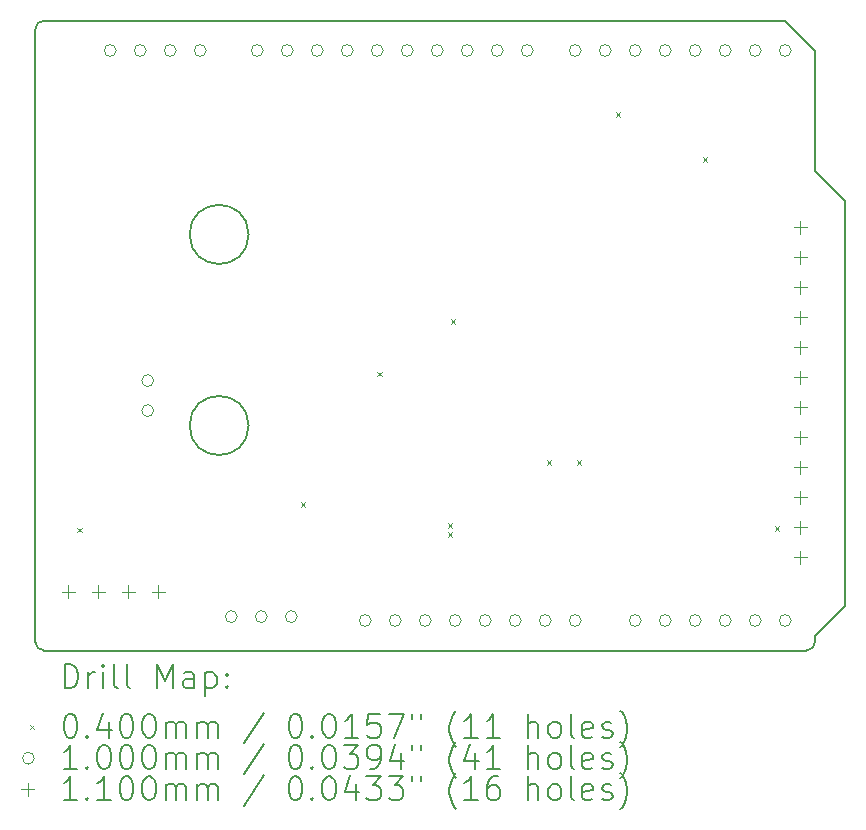
<source format=gbr>
%TF.GenerationSoftware,KiCad,Pcbnew,6.0.11-2627ca5db0~126~ubuntu22.04.1*%
%TF.CreationDate,2024-01-25T08:43:26+01:00*%
%TF.ProjectId,lmwb_ds18b20,6c6d7762-5f64-4733-9138-6232302e6b69,rev?*%
%TF.SameCoordinates,Original*%
%TF.FileFunction,Drillmap*%
%TF.FilePolarity,Positive*%
%FSLAX45Y45*%
G04 Gerber Fmt 4.5, Leading zero omitted, Abs format (unit mm)*
G04 Created by KiCad (PCBNEW 6.0.11-2627ca5db0~126~ubuntu22.04.1) date 2024-01-25 08:43:26*
%MOMM*%
%LPD*%
G01*
G04 APERTURE LIST*
%ADD10C,0.150000*%
%ADD11C,0.200000*%
%ADD12C,0.040000*%
%ADD13C,0.100000*%
%ADD14C,0.110000*%
G04 APERTURE END LIST*
D10*
X16604000Y-5936000D02*
X16858000Y-6190000D01*
X10000000Y-9923800D02*
X10000000Y-4742200D01*
X16858000Y-6190000D02*
X16858000Y-9619000D01*
X16527800Y-10000000D02*
X10076200Y-10000000D01*
X10076200Y-4666000D02*
X16350000Y-4666000D01*
X10000000Y-9923800D02*
G75*
G03*
X10076200Y-10000000I76200J0D01*
G01*
X11807000Y-6477000D02*
G75*
G03*
X11807000Y-6477000I-250000J0D01*
G01*
X16858000Y-9619000D02*
X16604000Y-9873000D01*
X16350000Y-4666000D02*
X16604000Y-4920000D01*
X16527800Y-10000000D02*
G75*
G03*
X16604000Y-9923800I0J76200D01*
G01*
X11807000Y-8095000D02*
G75*
G03*
X11807000Y-8095000I-250000J0D01*
G01*
X16604000Y-4920000D02*
X16604000Y-5936000D01*
X16604000Y-9873000D02*
X16604000Y-9923800D01*
X10076200Y-4666000D02*
G75*
G03*
X10000000Y-4742200I0J-76200D01*
G01*
D11*
D12*
X10355900Y-8958900D02*
X10395900Y-8998900D01*
X10395900Y-8958900D02*
X10355900Y-8998900D01*
X12248200Y-8743000D02*
X12288200Y-8783000D01*
X12288200Y-8743000D02*
X12248200Y-8783000D01*
X12895900Y-7638100D02*
X12935900Y-7678100D01*
X12935900Y-7638100D02*
X12895900Y-7678100D01*
X13492800Y-8920800D02*
X13532800Y-8960800D01*
X13532800Y-8920800D02*
X13492800Y-8960800D01*
X13492800Y-8997000D02*
X13532800Y-9037000D01*
X13532800Y-8997000D02*
X13492800Y-9037000D01*
X13518200Y-7193600D02*
X13558200Y-7233600D01*
X13558200Y-7193600D02*
X13518200Y-7233600D01*
X14331000Y-8387400D02*
X14371000Y-8427400D01*
X14371000Y-8387400D02*
X14331000Y-8427400D01*
X14585000Y-8387400D02*
X14625000Y-8427400D01*
X14625000Y-8387400D02*
X14585000Y-8427400D01*
X14915200Y-5441000D02*
X14955200Y-5481000D01*
X14955200Y-5441000D02*
X14915200Y-5481000D01*
X15651800Y-5822000D02*
X15691800Y-5862000D01*
X15691800Y-5822000D02*
X15651800Y-5862000D01*
X16261400Y-8946200D02*
X16301400Y-8986200D01*
X16301400Y-8946200D02*
X16261400Y-8986200D01*
D13*
X10685000Y-4920000D02*
G75*
G03*
X10685000Y-4920000I-50000J0D01*
G01*
X10939000Y-4920000D02*
G75*
G03*
X10939000Y-4920000I-50000J0D01*
G01*
X11002500Y-7714000D02*
G75*
G03*
X11002500Y-7714000I-50000J0D01*
G01*
X11002500Y-7968000D02*
G75*
G03*
X11002500Y-7968000I-50000J0D01*
G01*
X11193000Y-4920000D02*
G75*
G03*
X11193000Y-4920000I-50000J0D01*
G01*
X11447000Y-4920000D02*
G75*
G03*
X11447000Y-4920000I-50000J0D01*
G01*
X11710300Y-9712750D02*
G75*
G03*
X11710300Y-9712750I-50000J0D01*
G01*
X11929600Y-4920000D02*
G75*
G03*
X11929600Y-4920000I-50000J0D01*
G01*
X11964300Y-9712750D02*
G75*
G03*
X11964300Y-9712750I-50000J0D01*
G01*
X12183600Y-4920000D02*
G75*
G03*
X12183600Y-4920000I-50000J0D01*
G01*
X12218300Y-9712750D02*
G75*
G03*
X12218300Y-9712750I-50000J0D01*
G01*
X12437600Y-4920000D02*
G75*
G03*
X12437600Y-4920000I-50000J0D01*
G01*
X12691600Y-4920000D02*
G75*
G03*
X12691600Y-4920000I-50000J0D01*
G01*
X12844000Y-9746000D02*
G75*
G03*
X12844000Y-9746000I-50000J0D01*
G01*
X12945600Y-4920000D02*
G75*
G03*
X12945600Y-4920000I-50000J0D01*
G01*
X13098000Y-9746000D02*
G75*
G03*
X13098000Y-9746000I-50000J0D01*
G01*
X13199600Y-4920000D02*
G75*
G03*
X13199600Y-4920000I-50000J0D01*
G01*
X13352000Y-9746000D02*
G75*
G03*
X13352000Y-9746000I-50000J0D01*
G01*
X13453600Y-4920000D02*
G75*
G03*
X13453600Y-4920000I-50000J0D01*
G01*
X13606000Y-9746000D02*
G75*
G03*
X13606000Y-9746000I-50000J0D01*
G01*
X13707600Y-4920000D02*
G75*
G03*
X13707600Y-4920000I-50000J0D01*
G01*
X13860000Y-9746000D02*
G75*
G03*
X13860000Y-9746000I-50000J0D01*
G01*
X13961600Y-4920000D02*
G75*
G03*
X13961600Y-4920000I-50000J0D01*
G01*
X14114000Y-9746000D02*
G75*
G03*
X14114000Y-9746000I-50000J0D01*
G01*
X14215600Y-4920000D02*
G75*
G03*
X14215600Y-4920000I-50000J0D01*
G01*
X14368000Y-9746000D02*
G75*
G03*
X14368000Y-9746000I-50000J0D01*
G01*
X14622000Y-4920000D02*
G75*
G03*
X14622000Y-4920000I-50000J0D01*
G01*
X14622000Y-9746000D02*
G75*
G03*
X14622000Y-9746000I-50000J0D01*
G01*
X14876000Y-4920000D02*
G75*
G03*
X14876000Y-4920000I-50000J0D01*
G01*
X15130000Y-4920000D02*
G75*
G03*
X15130000Y-4920000I-50000J0D01*
G01*
X15130000Y-9746000D02*
G75*
G03*
X15130000Y-9746000I-50000J0D01*
G01*
X15384000Y-4920000D02*
G75*
G03*
X15384000Y-4920000I-50000J0D01*
G01*
X15384000Y-9746000D02*
G75*
G03*
X15384000Y-9746000I-50000J0D01*
G01*
X15638000Y-4920000D02*
G75*
G03*
X15638000Y-4920000I-50000J0D01*
G01*
X15638000Y-9746000D02*
G75*
G03*
X15638000Y-9746000I-50000J0D01*
G01*
X15892000Y-4920000D02*
G75*
G03*
X15892000Y-4920000I-50000J0D01*
G01*
X15892000Y-9746000D02*
G75*
G03*
X15892000Y-9746000I-50000J0D01*
G01*
X16146000Y-4920000D02*
G75*
G03*
X16146000Y-4920000I-50000J0D01*
G01*
X16146000Y-9746000D02*
G75*
G03*
X16146000Y-9746000I-50000J0D01*
G01*
X16400000Y-4920000D02*
G75*
G03*
X16400000Y-4920000I-50000J0D01*
G01*
X16400000Y-9746000D02*
G75*
G03*
X16400000Y-9746000I-50000J0D01*
G01*
D14*
X10280000Y-9447000D02*
X10280000Y-9557000D01*
X10225000Y-9502000D02*
X10335000Y-9502000D01*
X10534000Y-9447000D02*
X10534000Y-9557000D01*
X10479000Y-9502000D02*
X10589000Y-9502000D01*
X10788000Y-9447000D02*
X10788000Y-9557000D01*
X10733000Y-9502000D02*
X10843000Y-9502000D01*
X11042000Y-9447000D02*
X11042000Y-9557000D01*
X10987000Y-9502000D02*
X11097000Y-9502000D01*
X16477000Y-6361600D02*
X16477000Y-6471600D01*
X16422000Y-6416600D02*
X16532000Y-6416600D01*
X16477000Y-6615600D02*
X16477000Y-6725600D01*
X16422000Y-6670600D02*
X16532000Y-6670600D01*
X16477000Y-6869600D02*
X16477000Y-6979600D01*
X16422000Y-6924600D02*
X16532000Y-6924600D01*
X16477000Y-7123600D02*
X16477000Y-7233600D01*
X16422000Y-7178600D02*
X16532000Y-7178600D01*
X16477000Y-7377600D02*
X16477000Y-7487600D01*
X16422000Y-7432600D02*
X16532000Y-7432600D01*
X16477000Y-7631600D02*
X16477000Y-7741600D01*
X16422000Y-7686600D02*
X16532000Y-7686600D01*
X16477000Y-7885600D02*
X16477000Y-7995600D01*
X16422000Y-7940600D02*
X16532000Y-7940600D01*
X16477000Y-8139600D02*
X16477000Y-8249600D01*
X16422000Y-8194600D02*
X16532000Y-8194600D01*
X16477000Y-8393600D02*
X16477000Y-8503600D01*
X16422000Y-8448600D02*
X16532000Y-8448600D01*
X16477000Y-8647600D02*
X16477000Y-8757600D01*
X16422000Y-8702600D02*
X16532000Y-8702600D01*
X16477000Y-8901600D02*
X16477000Y-9011600D01*
X16422000Y-8956600D02*
X16532000Y-8956600D01*
X16477000Y-9155600D02*
X16477000Y-9265600D01*
X16422000Y-9210600D02*
X16532000Y-9210600D01*
D11*
X10250119Y-10317976D02*
X10250119Y-10117976D01*
X10297738Y-10117976D01*
X10326310Y-10127500D01*
X10345357Y-10146548D01*
X10354881Y-10165595D01*
X10364405Y-10203690D01*
X10364405Y-10232262D01*
X10354881Y-10270357D01*
X10345357Y-10289405D01*
X10326310Y-10308452D01*
X10297738Y-10317976D01*
X10250119Y-10317976D01*
X10450119Y-10317976D02*
X10450119Y-10184643D01*
X10450119Y-10222738D02*
X10459643Y-10203690D01*
X10469167Y-10194167D01*
X10488214Y-10184643D01*
X10507262Y-10184643D01*
X10573929Y-10317976D02*
X10573929Y-10184643D01*
X10573929Y-10117976D02*
X10564405Y-10127500D01*
X10573929Y-10137024D01*
X10583452Y-10127500D01*
X10573929Y-10117976D01*
X10573929Y-10137024D01*
X10697738Y-10317976D02*
X10678690Y-10308452D01*
X10669167Y-10289405D01*
X10669167Y-10117976D01*
X10802500Y-10317976D02*
X10783452Y-10308452D01*
X10773929Y-10289405D01*
X10773929Y-10117976D01*
X11031071Y-10317976D02*
X11031071Y-10117976D01*
X11097738Y-10260833D01*
X11164405Y-10117976D01*
X11164405Y-10317976D01*
X11345357Y-10317976D02*
X11345357Y-10213214D01*
X11335833Y-10194167D01*
X11316786Y-10184643D01*
X11278690Y-10184643D01*
X11259643Y-10194167D01*
X11345357Y-10308452D02*
X11326309Y-10317976D01*
X11278690Y-10317976D01*
X11259643Y-10308452D01*
X11250119Y-10289405D01*
X11250119Y-10270357D01*
X11259643Y-10251310D01*
X11278690Y-10241786D01*
X11326309Y-10241786D01*
X11345357Y-10232262D01*
X11440595Y-10184643D02*
X11440595Y-10384643D01*
X11440595Y-10194167D02*
X11459643Y-10184643D01*
X11497738Y-10184643D01*
X11516786Y-10194167D01*
X11526309Y-10203690D01*
X11535833Y-10222738D01*
X11535833Y-10279881D01*
X11526309Y-10298929D01*
X11516786Y-10308452D01*
X11497738Y-10317976D01*
X11459643Y-10317976D01*
X11440595Y-10308452D01*
X11621548Y-10298929D02*
X11631071Y-10308452D01*
X11621548Y-10317976D01*
X11612024Y-10308452D01*
X11621548Y-10298929D01*
X11621548Y-10317976D01*
X11621548Y-10194167D02*
X11631071Y-10203690D01*
X11621548Y-10213214D01*
X11612024Y-10203690D01*
X11621548Y-10194167D01*
X11621548Y-10213214D01*
D12*
X9952500Y-10627500D02*
X9992500Y-10667500D01*
X9992500Y-10627500D02*
X9952500Y-10667500D01*
D11*
X10288214Y-10537976D02*
X10307262Y-10537976D01*
X10326310Y-10547500D01*
X10335833Y-10557024D01*
X10345357Y-10576071D01*
X10354881Y-10614167D01*
X10354881Y-10661786D01*
X10345357Y-10699881D01*
X10335833Y-10718929D01*
X10326310Y-10728452D01*
X10307262Y-10737976D01*
X10288214Y-10737976D01*
X10269167Y-10728452D01*
X10259643Y-10718929D01*
X10250119Y-10699881D01*
X10240595Y-10661786D01*
X10240595Y-10614167D01*
X10250119Y-10576071D01*
X10259643Y-10557024D01*
X10269167Y-10547500D01*
X10288214Y-10537976D01*
X10440595Y-10718929D02*
X10450119Y-10728452D01*
X10440595Y-10737976D01*
X10431071Y-10728452D01*
X10440595Y-10718929D01*
X10440595Y-10737976D01*
X10621548Y-10604643D02*
X10621548Y-10737976D01*
X10573929Y-10528452D02*
X10526310Y-10671310D01*
X10650119Y-10671310D01*
X10764405Y-10537976D02*
X10783452Y-10537976D01*
X10802500Y-10547500D01*
X10812024Y-10557024D01*
X10821548Y-10576071D01*
X10831071Y-10614167D01*
X10831071Y-10661786D01*
X10821548Y-10699881D01*
X10812024Y-10718929D01*
X10802500Y-10728452D01*
X10783452Y-10737976D01*
X10764405Y-10737976D01*
X10745357Y-10728452D01*
X10735833Y-10718929D01*
X10726310Y-10699881D01*
X10716786Y-10661786D01*
X10716786Y-10614167D01*
X10726310Y-10576071D01*
X10735833Y-10557024D01*
X10745357Y-10547500D01*
X10764405Y-10537976D01*
X10954881Y-10537976D02*
X10973929Y-10537976D01*
X10992976Y-10547500D01*
X11002500Y-10557024D01*
X11012024Y-10576071D01*
X11021548Y-10614167D01*
X11021548Y-10661786D01*
X11012024Y-10699881D01*
X11002500Y-10718929D01*
X10992976Y-10728452D01*
X10973929Y-10737976D01*
X10954881Y-10737976D01*
X10935833Y-10728452D01*
X10926310Y-10718929D01*
X10916786Y-10699881D01*
X10907262Y-10661786D01*
X10907262Y-10614167D01*
X10916786Y-10576071D01*
X10926310Y-10557024D01*
X10935833Y-10547500D01*
X10954881Y-10537976D01*
X11107262Y-10737976D02*
X11107262Y-10604643D01*
X11107262Y-10623690D02*
X11116786Y-10614167D01*
X11135833Y-10604643D01*
X11164405Y-10604643D01*
X11183452Y-10614167D01*
X11192976Y-10633214D01*
X11192976Y-10737976D01*
X11192976Y-10633214D02*
X11202500Y-10614167D01*
X11221548Y-10604643D01*
X11250119Y-10604643D01*
X11269167Y-10614167D01*
X11278690Y-10633214D01*
X11278690Y-10737976D01*
X11373928Y-10737976D02*
X11373928Y-10604643D01*
X11373928Y-10623690D02*
X11383452Y-10614167D01*
X11402500Y-10604643D01*
X11431071Y-10604643D01*
X11450119Y-10614167D01*
X11459643Y-10633214D01*
X11459643Y-10737976D01*
X11459643Y-10633214D02*
X11469167Y-10614167D01*
X11488214Y-10604643D01*
X11516786Y-10604643D01*
X11535833Y-10614167D01*
X11545357Y-10633214D01*
X11545357Y-10737976D01*
X11935833Y-10528452D02*
X11764405Y-10785595D01*
X12192976Y-10537976D02*
X12212024Y-10537976D01*
X12231071Y-10547500D01*
X12240595Y-10557024D01*
X12250119Y-10576071D01*
X12259643Y-10614167D01*
X12259643Y-10661786D01*
X12250119Y-10699881D01*
X12240595Y-10718929D01*
X12231071Y-10728452D01*
X12212024Y-10737976D01*
X12192976Y-10737976D01*
X12173928Y-10728452D01*
X12164405Y-10718929D01*
X12154881Y-10699881D01*
X12145357Y-10661786D01*
X12145357Y-10614167D01*
X12154881Y-10576071D01*
X12164405Y-10557024D01*
X12173928Y-10547500D01*
X12192976Y-10537976D01*
X12345357Y-10718929D02*
X12354881Y-10728452D01*
X12345357Y-10737976D01*
X12335833Y-10728452D01*
X12345357Y-10718929D01*
X12345357Y-10737976D01*
X12478690Y-10537976D02*
X12497738Y-10537976D01*
X12516786Y-10547500D01*
X12526309Y-10557024D01*
X12535833Y-10576071D01*
X12545357Y-10614167D01*
X12545357Y-10661786D01*
X12535833Y-10699881D01*
X12526309Y-10718929D01*
X12516786Y-10728452D01*
X12497738Y-10737976D01*
X12478690Y-10737976D01*
X12459643Y-10728452D01*
X12450119Y-10718929D01*
X12440595Y-10699881D01*
X12431071Y-10661786D01*
X12431071Y-10614167D01*
X12440595Y-10576071D01*
X12450119Y-10557024D01*
X12459643Y-10547500D01*
X12478690Y-10537976D01*
X12735833Y-10737976D02*
X12621548Y-10737976D01*
X12678690Y-10737976D02*
X12678690Y-10537976D01*
X12659643Y-10566548D01*
X12640595Y-10585595D01*
X12621548Y-10595119D01*
X12916786Y-10537976D02*
X12821548Y-10537976D01*
X12812024Y-10633214D01*
X12821548Y-10623690D01*
X12840595Y-10614167D01*
X12888214Y-10614167D01*
X12907262Y-10623690D01*
X12916786Y-10633214D01*
X12926309Y-10652262D01*
X12926309Y-10699881D01*
X12916786Y-10718929D01*
X12907262Y-10728452D01*
X12888214Y-10737976D01*
X12840595Y-10737976D01*
X12821548Y-10728452D01*
X12812024Y-10718929D01*
X12992976Y-10537976D02*
X13126309Y-10537976D01*
X13040595Y-10737976D01*
X13192976Y-10537976D02*
X13192976Y-10576071D01*
X13269167Y-10537976D02*
X13269167Y-10576071D01*
X13564405Y-10814167D02*
X13554881Y-10804643D01*
X13535833Y-10776071D01*
X13526309Y-10757024D01*
X13516786Y-10728452D01*
X13507262Y-10680833D01*
X13507262Y-10642738D01*
X13516786Y-10595119D01*
X13526309Y-10566548D01*
X13535833Y-10547500D01*
X13554881Y-10518929D01*
X13564405Y-10509405D01*
X13745357Y-10737976D02*
X13631071Y-10737976D01*
X13688214Y-10737976D02*
X13688214Y-10537976D01*
X13669167Y-10566548D01*
X13650119Y-10585595D01*
X13631071Y-10595119D01*
X13935833Y-10737976D02*
X13821548Y-10737976D01*
X13878690Y-10737976D02*
X13878690Y-10537976D01*
X13859643Y-10566548D01*
X13840595Y-10585595D01*
X13821548Y-10595119D01*
X14173928Y-10737976D02*
X14173928Y-10537976D01*
X14259643Y-10737976D02*
X14259643Y-10633214D01*
X14250119Y-10614167D01*
X14231071Y-10604643D01*
X14202500Y-10604643D01*
X14183452Y-10614167D01*
X14173928Y-10623690D01*
X14383452Y-10737976D02*
X14364405Y-10728452D01*
X14354881Y-10718929D01*
X14345357Y-10699881D01*
X14345357Y-10642738D01*
X14354881Y-10623690D01*
X14364405Y-10614167D01*
X14383452Y-10604643D01*
X14412024Y-10604643D01*
X14431071Y-10614167D01*
X14440595Y-10623690D01*
X14450119Y-10642738D01*
X14450119Y-10699881D01*
X14440595Y-10718929D01*
X14431071Y-10728452D01*
X14412024Y-10737976D01*
X14383452Y-10737976D01*
X14564405Y-10737976D02*
X14545357Y-10728452D01*
X14535833Y-10709405D01*
X14535833Y-10537976D01*
X14716786Y-10728452D02*
X14697738Y-10737976D01*
X14659643Y-10737976D01*
X14640595Y-10728452D01*
X14631071Y-10709405D01*
X14631071Y-10633214D01*
X14640595Y-10614167D01*
X14659643Y-10604643D01*
X14697738Y-10604643D01*
X14716786Y-10614167D01*
X14726309Y-10633214D01*
X14726309Y-10652262D01*
X14631071Y-10671310D01*
X14802500Y-10728452D02*
X14821548Y-10737976D01*
X14859643Y-10737976D01*
X14878690Y-10728452D01*
X14888214Y-10709405D01*
X14888214Y-10699881D01*
X14878690Y-10680833D01*
X14859643Y-10671310D01*
X14831071Y-10671310D01*
X14812024Y-10661786D01*
X14802500Y-10642738D01*
X14802500Y-10633214D01*
X14812024Y-10614167D01*
X14831071Y-10604643D01*
X14859643Y-10604643D01*
X14878690Y-10614167D01*
X14954881Y-10814167D02*
X14964405Y-10804643D01*
X14983452Y-10776071D01*
X14992976Y-10757024D01*
X15002500Y-10728452D01*
X15012024Y-10680833D01*
X15012024Y-10642738D01*
X15002500Y-10595119D01*
X14992976Y-10566548D01*
X14983452Y-10547500D01*
X14964405Y-10518929D01*
X14954881Y-10509405D01*
D13*
X9992500Y-10911500D02*
G75*
G03*
X9992500Y-10911500I-50000J0D01*
G01*
D11*
X10354881Y-11001976D02*
X10240595Y-11001976D01*
X10297738Y-11001976D02*
X10297738Y-10801976D01*
X10278690Y-10830548D01*
X10259643Y-10849595D01*
X10240595Y-10859119D01*
X10440595Y-10982929D02*
X10450119Y-10992452D01*
X10440595Y-11001976D01*
X10431071Y-10992452D01*
X10440595Y-10982929D01*
X10440595Y-11001976D01*
X10573929Y-10801976D02*
X10592976Y-10801976D01*
X10612024Y-10811500D01*
X10621548Y-10821024D01*
X10631071Y-10840071D01*
X10640595Y-10878167D01*
X10640595Y-10925786D01*
X10631071Y-10963881D01*
X10621548Y-10982929D01*
X10612024Y-10992452D01*
X10592976Y-11001976D01*
X10573929Y-11001976D01*
X10554881Y-10992452D01*
X10545357Y-10982929D01*
X10535833Y-10963881D01*
X10526310Y-10925786D01*
X10526310Y-10878167D01*
X10535833Y-10840071D01*
X10545357Y-10821024D01*
X10554881Y-10811500D01*
X10573929Y-10801976D01*
X10764405Y-10801976D02*
X10783452Y-10801976D01*
X10802500Y-10811500D01*
X10812024Y-10821024D01*
X10821548Y-10840071D01*
X10831071Y-10878167D01*
X10831071Y-10925786D01*
X10821548Y-10963881D01*
X10812024Y-10982929D01*
X10802500Y-10992452D01*
X10783452Y-11001976D01*
X10764405Y-11001976D01*
X10745357Y-10992452D01*
X10735833Y-10982929D01*
X10726310Y-10963881D01*
X10716786Y-10925786D01*
X10716786Y-10878167D01*
X10726310Y-10840071D01*
X10735833Y-10821024D01*
X10745357Y-10811500D01*
X10764405Y-10801976D01*
X10954881Y-10801976D02*
X10973929Y-10801976D01*
X10992976Y-10811500D01*
X11002500Y-10821024D01*
X11012024Y-10840071D01*
X11021548Y-10878167D01*
X11021548Y-10925786D01*
X11012024Y-10963881D01*
X11002500Y-10982929D01*
X10992976Y-10992452D01*
X10973929Y-11001976D01*
X10954881Y-11001976D01*
X10935833Y-10992452D01*
X10926310Y-10982929D01*
X10916786Y-10963881D01*
X10907262Y-10925786D01*
X10907262Y-10878167D01*
X10916786Y-10840071D01*
X10926310Y-10821024D01*
X10935833Y-10811500D01*
X10954881Y-10801976D01*
X11107262Y-11001976D02*
X11107262Y-10868643D01*
X11107262Y-10887690D02*
X11116786Y-10878167D01*
X11135833Y-10868643D01*
X11164405Y-10868643D01*
X11183452Y-10878167D01*
X11192976Y-10897214D01*
X11192976Y-11001976D01*
X11192976Y-10897214D02*
X11202500Y-10878167D01*
X11221548Y-10868643D01*
X11250119Y-10868643D01*
X11269167Y-10878167D01*
X11278690Y-10897214D01*
X11278690Y-11001976D01*
X11373928Y-11001976D02*
X11373928Y-10868643D01*
X11373928Y-10887690D02*
X11383452Y-10878167D01*
X11402500Y-10868643D01*
X11431071Y-10868643D01*
X11450119Y-10878167D01*
X11459643Y-10897214D01*
X11459643Y-11001976D01*
X11459643Y-10897214D02*
X11469167Y-10878167D01*
X11488214Y-10868643D01*
X11516786Y-10868643D01*
X11535833Y-10878167D01*
X11545357Y-10897214D01*
X11545357Y-11001976D01*
X11935833Y-10792452D02*
X11764405Y-11049595D01*
X12192976Y-10801976D02*
X12212024Y-10801976D01*
X12231071Y-10811500D01*
X12240595Y-10821024D01*
X12250119Y-10840071D01*
X12259643Y-10878167D01*
X12259643Y-10925786D01*
X12250119Y-10963881D01*
X12240595Y-10982929D01*
X12231071Y-10992452D01*
X12212024Y-11001976D01*
X12192976Y-11001976D01*
X12173928Y-10992452D01*
X12164405Y-10982929D01*
X12154881Y-10963881D01*
X12145357Y-10925786D01*
X12145357Y-10878167D01*
X12154881Y-10840071D01*
X12164405Y-10821024D01*
X12173928Y-10811500D01*
X12192976Y-10801976D01*
X12345357Y-10982929D02*
X12354881Y-10992452D01*
X12345357Y-11001976D01*
X12335833Y-10992452D01*
X12345357Y-10982929D01*
X12345357Y-11001976D01*
X12478690Y-10801976D02*
X12497738Y-10801976D01*
X12516786Y-10811500D01*
X12526309Y-10821024D01*
X12535833Y-10840071D01*
X12545357Y-10878167D01*
X12545357Y-10925786D01*
X12535833Y-10963881D01*
X12526309Y-10982929D01*
X12516786Y-10992452D01*
X12497738Y-11001976D01*
X12478690Y-11001976D01*
X12459643Y-10992452D01*
X12450119Y-10982929D01*
X12440595Y-10963881D01*
X12431071Y-10925786D01*
X12431071Y-10878167D01*
X12440595Y-10840071D01*
X12450119Y-10821024D01*
X12459643Y-10811500D01*
X12478690Y-10801976D01*
X12612024Y-10801976D02*
X12735833Y-10801976D01*
X12669167Y-10878167D01*
X12697738Y-10878167D01*
X12716786Y-10887690D01*
X12726309Y-10897214D01*
X12735833Y-10916262D01*
X12735833Y-10963881D01*
X12726309Y-10982929D01*
X12716786Y-10992452D01*
X12697738Y-11001976D01*
X12640595Y-11001976D01*
X12621548Y-10992452D01*
X12612024Y-10982929D01*
X12831071Y-11001976D02*
X12869167Y-11001976D01*
X12888214Y-10992452D01*
X12897738Y-10982929D01*
X12916786Y-10954357D01*
X12926309Y-10916262D01*
X12926309Y-10840071D01*
X12916786Y-10821024D01*
X12907262Y-10811500D01*
X12888214Y-10801976D01*
X12850119Y-10801976D01*
X12831071Y-10811500D01*
X12821548Y-10821024D01*
X12812024Y-10840071D01*
X12812024Y-10887690D01*
X12821548Y-10906738D01*
X12831071Y-10916262D01*
X12850119Y-10925786D01*
X12888214Y-10925786D01*
X12907262Y-10916262D01*
X12916786Y-10906738D01*
X12926309Y-10887690D01*
X13097738Y-10868643D02*
X13097738Y-11001976D01*
X13050119Y-10792452D02*
X13002500Y-10935310D01*
X13126309Y-10935310D01*
X13192976Y-10801976D02*
X13192976Y-10840071D01*
X13269167Y-10801976D02*
X13269167Y-10840071D01*
X13564405Y-11078167D02*
X13554881Y-11068643D01*
X13535833Y-11040071D01*
X13526309Y-11021024D01*
X13516786Y-10992452D01*
X13507262Y-10944833D01*
X13507262Y-10906738D01*
X13516786Y-10859119D01*
X13526309Y-10830548D01*
X13535833Y-10811500D01*
X13554881Y-10782929D01*
X13564405Y-10773405D01*
X13726309Y-10868643D02*
X13726309Y-11001976D01*
X13678690Y-10792452D02*
X13631071Y-10935310D01*
X13754881Y-10935310D01*
X13935833Y-11001976D02*
X13821548Y-11001976D01*
X13878690Y-11001976D02*
X13878690Y-10801976D01*
X13859643Y-10830548D01*
X13840595Y-10849595D01*
X13821548Y-10859119D01*
X14173928Y-11001976D02*
X14173928Y-10801976D01*
X14259643Y-11001976D02*
X14259643Y-10897214D01*
X14250119Y-10878167D01*
X14231071Y-10868643D01*
X14202500Y-10868643D01*
X14183452Y-10878167D01*
X14173928Y-10887690D01*
X14383452Y-11001976D02*
X14364405Y-10992452D01*
X14354881Y-10982929D01*
X14345357Y-10963881D01*
X14345357Y-10906738D01*
X14354881Y-10887690D01*
X14364405Y-10878167D01*
X14383452Y-10868643D01*
X14412024Y-10868643D01*
X14431071Y-10878167D01*
X14440595Y-10887690D01*
X14450119Y-10906738D01*
X14450119Y-10963881D01*
X14440595Y-10982929D01*
X14431071Y-10992452D01*
X14412024Y-11001976D01*
X14383452Y-11001976D01*
X14564405Y-11001976D02*
X14545357Y-10992452D01*
X14535833Y-10973405D01*
X14535833Y-10801976D01*
X14716786Y-10992452D02*
X14697738Y-11001976D01*
X14659643Y-11001976D01*
X14640595Y-10992452D01*
X14631071Y-10973405D01*
X14631071Y-10897214D01*
X14640595Y-10878167D01*
X14659643Y-10868643D01*
X14697738Y-10868643D01*
X14716786Y-10878167D01*
X14726309Y-10897214D01*
X14726309Y-10916262D01*
X14631071Y-10935310D01*
X14802500Y-10992452D02*
X14821548Y-11001976D01*
X14859643Y-11001976D01*
X14878690Y-10992452D01*
X14888214Y-10973405D01*
X14888214Y-10963881D01*
X14878690Y-10944833D01*
X14859643Y-10935310D01*
X14831071Y-10935310D01*
X14812024Y-10925786D01*
X14802500Y-10906738D01*
X14802500Y-10897214D01*
X14812024Y-10878167D01*
X14831071Y-10868643D01*
X14859643Y-10868643D01*
X14878690Y-10878167D01*
X14954881Y-11078167D02*
X14964405Y-11068643D01*
X14983452Y-11040071D01*
X14992976Y-11021024D01*
X15002500Y-10992452D01*
X15012024Y-10944833D01*
X15012024Y-10906738D01*
X15002500Y-10859119D01*
X14992976Y-10830548D01*
X14983452Y-10811500D01*
X14964405Y-10782929D01*
X14954881Y-10773405D01*
D14*
X9937500Y-11120500D02*
X9937500Y-11230500D01*
X9882500Y-11175500D02*
X9992500Y-11175500D01*
D11*
X10354881Y-11265976D02*
X10240595Y-11265976D01*
X10297738Y-11265976D02*
X10297738Y-11065976D01*
X10278690Y-11094548D01*
X10259643Y-11113595D01*
X10240595Y-11123119D01*
X10440595Y-11246928D02*
X10450119Y-11256452D01*
X10440595Y-11265976D01*
X10431071Y-11256452D01*
X10440595Y-11246928D01*
X10440595Y-11265976D01*
X10640595Y-11265976D02*
X10526310Y-11265976D01*
X10583452Y-11265976D02*
X10583452Y-11065976D01*
X10564405Y-11094548D01*
X10545357Y-11113595D01*
X10526310Y-11123119D01*
X10764405Y-11065976D02*
X10783452Y-11065976D01*
X10802500Y-11075500D01*
X10812024Y-11085024D01*
X10821548Y-11104071D01*
X10831071Y-11142167D01*
X10831071Y-11189786D01*
X10821548Y-11227881D01*
X10812024Y-11246928D01*
X10802500Y-11256452D01*
X10783452Y-11265976D01*
X10764405Y-11265976D01*
X10745357Y-11256452D01*
X10735833Y-11246928D01*
X10726310Y-11227881D01*
X10716786Y-11189786D01*
X10716786Y-11142167D01*
X10726310Y-11104071D01*
X10735833Y-11085024D01*
X10745357Y-11075500D01*
X10764405Y-11065976D01*
X10954881Y-11065976D02*
X10973929Y-11065976D01*
X10992976Y-11075500D01*
X11002500Y-11085024D01*
X11012024Y-11104071D01*
X11021548Y-11142167D01*
X11021548Y-11189786D01*
X11012024Y-11227881D01*
X11002500Y-11246928D01*
X10992976Y-11256452D01*
X10973929Y-11265976D01*
X10954881Y-11265976D01*
X10935833Y-11256452D01*
X10926310Y-11246928D01*
X10916786Y-11227881D01*
X10907262Y-11189786D01*
X10907262Y-11142167D01*
X10916786Y-11104071D01*
X10926310Y-11085024D01*
X10935833Y-11075500D01*
X10954881Y-11065976D01*
X11107262Y-11265976D02*
X11107262Y-11132643D01*
X11107262Y-11151690D02*
X11116786Y-11142167D01*
X11135833Y-11132643D01*
X11164405Y-11132643D01*
X11183452Y-11142167D01*
X11192976Y-11161214D01*
X11192976Y-11265976D01*
X11192976Y-11161214D02*
X11202500Y-11142167D01*
X11221548Y-11132643D01*
X11250119Y-11132643D01*
X11269167Y-11142167D01*
X11278690Y-11161214D01*
X11278690Y-11265976D01*
X11373928Y-11265976D02*
X11373928Y-11132643D01*
X11373928Y-11151690D02*
X11383452Y-11142167D01*
X11402500Y-11132643D01*
X11431071Y-11132643D01*
X11450119Y-11142167D01*
X11459643Y-11161214D01*
X11459643Y-11265976D01*
X11459643Y-11161214D02*
X11469167Y-11142167D01*
X11488214Y-11132643D01*
X11516786Y-11132643D01*
X11535833Y-11142167D01*
X11545357Y-11161214D01*
X11545357Y-11265976D01*
X11935833Y-11056452D02*
X11764405Y-11313595D01*
X12192976Y-11065976D02*
X12212024Y-11065976D01*
X12231071Y-11075500D01*
X12240595Y-11085024D01*
X12250119Y-11104071D01*
X12259643Y-11142167D01*
X12259643Y-11189786D01*
X12250119Y-11227881D01*
X12240595Y-11246928D01*
X12231071Y-11256452D01*
X12212024Y-11265976D01*
X12192976Y-11265976D01*
X12173928Y-11256452D01*
X12164405Y-11246928D01*
X12154881Y-11227881D01*
X12145357Y-11189786D01*
X12145357Y-11142167D01*
X12154881Y-11104071D01*
X12164405Y-11085024D01*
X12173928Y-11075500D01*
X12192976Y-11065976D01*
X12345357Y-11246928D02*
X12354881Y-11256452D01*
X12345357Y-11265976D01*
X12335833Y-11256452D01*
X12345357Y-11246928D01*
X12345357Y-11265976D01*
X12478690Y-11065976D02*
X12497738Y-11065976D01*
X12516786Y-11075500D01*
X12526309Y-11085024D01*
X12535833Y-11104071D01*
X12545357Y-11142167D01*
X12545357Y-11189786D01*
X12535833Y-11227881D01*
X12526309Y-11246928D01*
X12516786Y-11256452D01*
X12497738Y-11265976D01*
X12478690Y-11265976D01*
X12459643Y-11256452D01*
X12450119Y-11246928D01*
X12440595Y-11227881D01*
X12431071Y-11189786D01*
X12431071Y-11142167D01*
X12440595Y-11104071D01*
X12450119Y-11085024D01*
X12459643Y-11075500D01*
X12478690Y-11065976D01*
X12716786Y-11132643D02*
X12716786Y-11265976D01*
X12669167Y-11056452D02*
X12621548Y-11199309D01*
X12745357Y-11199309D01*
X12802500Y-11065976D02*
X12926309Y-11065976D01*
X12859643Y-11142167D01*
X12888214Y-11142167D01*
X12907262Y-11151690D01*
X12916786Y-11161214D01*
X12926309Y-11180262D01*
X12926309Y-11227881D01*
X12916786Y-11246928D01*
X12907262Y-11256452D01*
X12888214Y-11265976D01*
X12831071Y-11265976D01*
X12812024Y-11256452D01*
X12802500Y-11246928D01*
X12992976Y-11065976D02*
X13116786Y-11065976D01*
X13050119Y-11142167D01*
X13078690Y-11142167D01*
X13097738Y-11151690D01*
X13107262Y-11161214D01*
X13116786Y-11180262D01*
X13116786Y-11227881D01*
X13107262Y-11246928D01*
X13097738Y-11256452D01*
X13078690Y-11265976D01*
X13021548Y-11265976D01*
X13002500Y-11256452D01*
X12992976Y-11246928D01*
X13192976Y-11065976D02*
X13192976Y-11104071D01*
X13269167Y-11065976D02*
X13269167Y-11104071D01*
X13564405Y-11342167D02*
X13554881Y-11332643D01*
X13535833Y-11304071D01*
X13526309Y-11285024D01*
X13516786Y-11256452D01*
X13507262Y-11208833D01*
X13507262Y-11170738D01*
X13516786Y-11123119D01*
X13526309Y-11094548D01*
X13535833Y-11075500D01*
X13554881Y-11046929D01*
X13564405Y-11037405D01*
X13745357Y-11265976D02*
X13631071Y-11265976D01*
X13688214Y-11265976D02*
X13688214Y-11065976D01*
X13669167Y-11094548D01*
X13650119Y-11113595D01*
X13631071Y-11123119D01*
X13916786Y-11065976D02*
X13878690Y-11065976D01*
X13859643Y-11075500D01*
X13850119Y-11085024D01*
X13831071Y-11113595D01*
X13821548Y-11151690D01*
X13821548Y-11227881D01*
X13831071Y-11246928D01*
X13840595Y-11256452D01*
X13859643Y-11265976D01*
X13897738Y-11265976D01*
X13916786Y-11256452D01*
X13926309Y-11246928D01*
X13935833Y-11227881D01*
X13935833Y-11180262D01*
X13926309Y-11161214D01*
X13916786Y-11151690D01*
X13897738Y-11142167D01*
X13859643Y-11142167D01*
X13840595Y-11151690D01*
X13831071Y-11161214D01*
X13821548Y-11180262D01*
X14173928Y-11265976D02*
X14173928Y-11065976D01*
X14259643Y-11265976D02*
X14259643Y-11161214D01*
X14250119Y-11142167D01*
X14231071Y-11132643D01*
X14202500Y-11132643D01*
X14183452Y-11142167D01*
X14173928Y-11151690D01*
X14383452Y-11265976D02*
X14364405Y-11256452D01*
X14354881Y-11246928D01*
X14345357Y-11227881D01*
X14345357Y-11170738D01*
X14354881Y-11151690D01*
X14364405Y-11142167D01*
X14383452Y-11132643D01*
X14412024Y-11132643D01*
X14431071Y-11142167D01*
X14440595Y-11151690D01*
X14450119Y-11170738D01*
X14450119Y-11227881D01*
X14440595Y-11246928D01*
X14431071Y-11256452D01*
X14412024Y-11265976D01*
X14383452Y-11265976D01*
X14564405Y-11265976D02*
X14545357Y-11256452D01*
X14535833Y-11237405D01*
X14535833Y-11065976D01*
X14716786Y-11256452D02*
X14697738Y-11265976D01*
X14659643Y-11265976D01*
X14640595Y-11256452D01*
X14631071Y-11237405D01*
X14631071Y-11161214D01*
X14640595Y-11142167D01*
X14659643Y-11132643D01*
X14697738Y-11132643D01*
X14716786Y-11142167D01*
X14726309Y-11161214D01*
X14726309Y-11180262D01*
X14631071Y-11199309D01*
X14802500Y-11256452D02*
X14821548Y-11265976D01*
X14859643Y-11265976D01*
X14878690Y-11256452D01*
X14888214Y-11237405D01*
X14888214Y-11227881D01*
X14878690Y-11208833D01*
X14859643Y-11199309D01*
X14831071Y-11199309D01*
X14812024Y-11189786D01*
X14802500Y-11170738D01*
X14802500Y-11161214D01*
X14812024Y-11142167D01*
X14831071Y-11132643D01*
X14859643Y-11132643D01*
X14878690Y-11142167D01*
X14954881Y-11342167D02*
X14964405Y-11332643D01*
X14983452Y-11304071D01*
X14992976Y-11285024D01*
X15002500Y-11256452D01*
X15012024Y-11208833D01*
X15012024Y-11170738D01*
X15002500Y-11123119D01*
X14992976Y-11094548D01*
X14983452Y-11075500D01*
X14964405Y-11046929D01*
X14954881Y-11037405D01*
M02*

</source>
